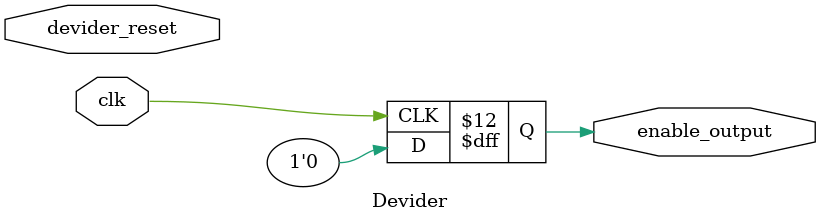
<source format=v>
`timescale 1ns / 1ps
module Devider(enable_output, clk, devider_reset);

    output enable_output;
    input clk, devider_reset;
	 
	 reg enable_output;
	 reg sys_tick_count;
	 parameter one_second_count = 25'd26_999_999;
	 
	 always @ (posedge clk)
		begin
			
			enable_output <= 0;				//Check if this should be <= or =
			
			if(sys_tick_count == one_second_count || devider_reset == 1)
				sys_tick_count <= 25'd0;
			else
				sys_tick_count <= sys_tick_count + 1;
				
			if(sys_tick_count == one_second_count)
				enable_output <= 1;
				
		end
	 
endmodule

</source>
